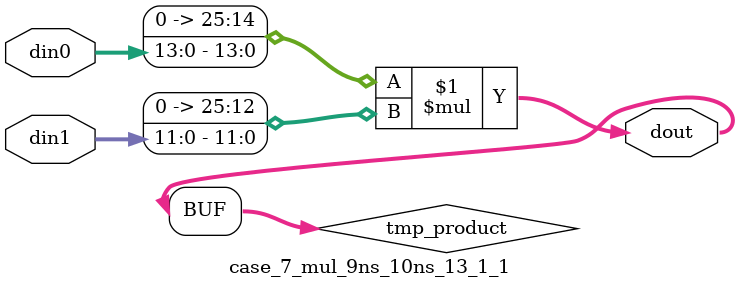
<source format=v>

`timescale 1 ns / 1 ps

 (* use_dsp = "no" *)  module case_7_mul_9ns_10ns_13_1_1(din0, din1, dout);
parameter ID = 1;
parameter NUM_STAGE = 0;
parameter din0_WIDTH = 14;
parameter din1_WIDTH = 12;
parameter dout_WIDTH = 26;

input [din0_WIDTH - 1 : 0] din0; 
input [din1_WIDTH - 1 : 0] din1; 
output [dout_WIDTH - 1 : 0] dout;

wire signed [dout_WIDTH - 1 : 0] tmp_product;
























assign tmp_product = $signed({1'b0, din0}) * $signed({1'b0, din1});











assign dout = tmp_product;





















endmodule

</source>
